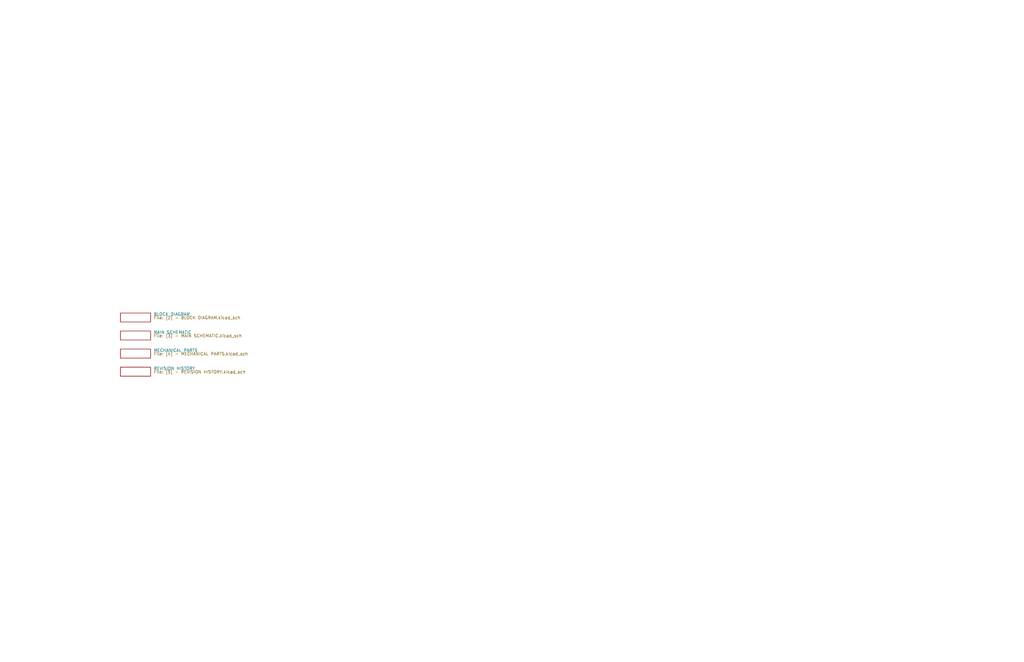
<source format=kicad_sch>
(kicad_sch (version 20211123) (generator eeschema)
  (paper "B")
  (title_block (title "Thermo Meter") (rev "01") (company "Siavash Taher Parvar") (comment 1 "Siavash Taher Parvar") (comment 2 "Siavash Taher Parvar") (comment 3 "Siavash Taher Parvar") (comment 8 "No Variant") (comment 9 "N/A"))
  (lib_symbols)
  (sheet (at 50.8 139.7) (size 12.7 3.81) (stroke (width 0.1524))
    (property "Sheet name" "MAIN SCHEMATIC" (at 64.77 140.97 0) (effects (justify left bottom)))
    (property "Sheet file" "[3] - MAIN SCHEMATIC.kicad_sch" (at 64.77 140.97 0) (effects (justify left top)))
  )
  (sheet (at 50.8 147.32) (size 12.7 3.81) (stroke (width 0.1524))
    (property "Sheet name" "MECHANICAL PARTS" (at 64.77 148.59 0) (effects (justify left bottom)))
    (property "Sheet file" "[4] - MECHANICAL PARTS.kicad_sch" (at 64.77 148.59 0) (effects (justify left top)))
  )
  (sheet (at 50.8 154.94) (size 12.7 3.81) (stroke (width 0.1524))
    (property "Sheet name" "REVISION HISTORY" (at 64.77 156.21 0) (effects (justify left bottom)))
    (property "Sheet file" "[5] - REVISION HISTORY.kicad_sch" (at 64.77 156.21 0) (effects (justify left top)))
  )
  (sheet (at 50.8 132.08) (size 12.7 3.81) (stroke (width 0.1524))
    (property "Sheet name" "BLOCK DIAGRAM" (at 64.77 133.35 0) (effects (justify left bottom)))
    (property "Sheet file" "[2] - BLOCK DIAGRAM.kicad_sch" (at 64.77 133.35 0) (effects (justify left top)))
  )
)
</source>
